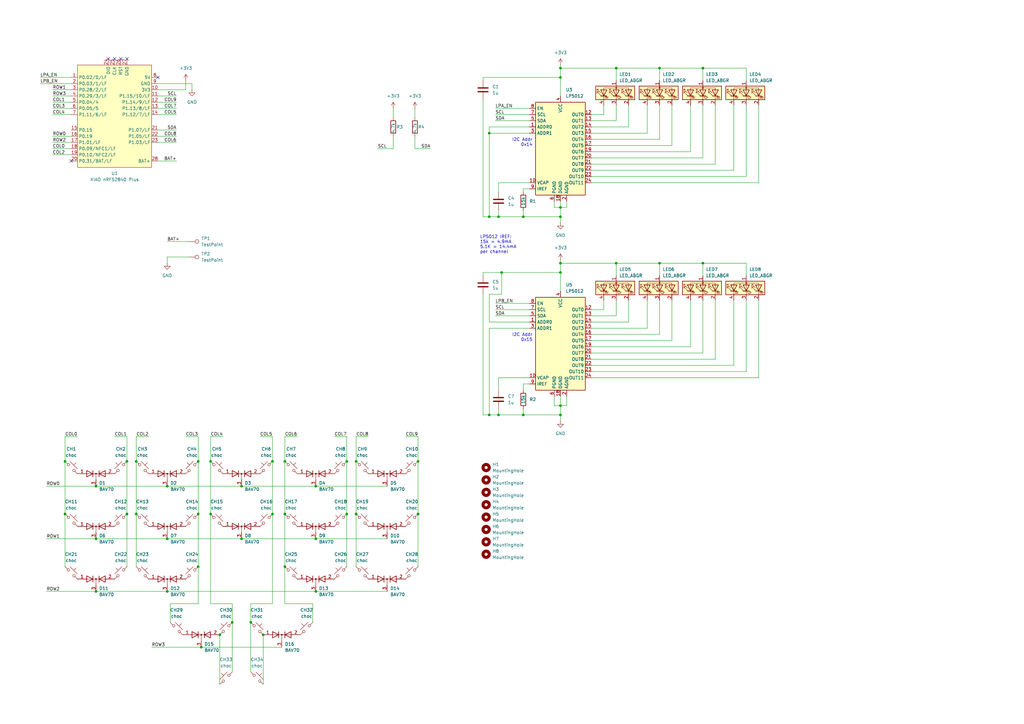
<source format=kicad_sch>
(kicad_sch (version 20250114) (generator "eeschema") (generator_version "9.0")
  (paper "A3")
  (text "LP5012 IREF:\n15k = 4.9mA\n5.1K = 14.4mA\nper channel" (at 196.85 100.33 0) (effects (font (size 1.27 1.27)) (justify left)))
  (text "I2C Addr\n0x14" (at 218.44 58.42 0) (effects (font (size 1.27 1.27)) (justify right)))
  (text "I2C Addr\n0x15" (at 218.44 138.43 0) (effects (font (size 1.27 1.27)) (justify right)))
  (junction (at 229.87 107.95))
  (junction (at 146.05 210.82))
  (junction (at 39.37 242.57))
  (junction (at 81.28 232.41))
  (junction (at 129.54 242.57))
  (junction (at 107.95 260.35))
  (junction (at 270.51 107.95))
  (junction (at 68.58 199.39))
  (junction (at 39.37 220.98))
  (junction (at 26.67 210.82))
  (junction (at 214.63 88.9))
  (junction (at 52.07 210.82))
  (junction (at 68.58 242.57))
  (junction (at 229.87 111.76))
  (junction (at 288.29 107.95))
  (junction (at 99.06 220.98))
  (junction (at 229.87 170.18))
  (junction (at 68.58 220.98))
  (junction (at 270.51 27.94))
  (junction (at 129.54 199.39))
  (junction (at 200.66 54.61))
  (junction (at 204.47 88.9))
  (junction (at 252.73 107.95))
  (junction (at 116.84 189.23))
  (junction (at 229.87 27.94))
  (junction (at 229.87 31.75))
  (junction (at 142.24 210.82))
  (junction (at 52.07 189.23))
  (junction (at 111.76 210.82))
  (junction (at 86.36 189.23))
  (junction (at 229.87 85.09))
  (junction (at 288.29 27.94))
  (junction (at 129.54 220.98))
  (junction (at 26.67 189.23))
  (junction (at 200.66 88.9))
  (junction (at 252.73 27.94))
  (junction (at 214.63 170.18))
  (junction (at 81.28 210.82))
  (junction (at 116.84 210.82))
  (junction (at 90.17 260.35))
  (junction (at 81.28 189.23))
  (junction (at 39.37 199.39))
  (junction (at 116.84 232.41))
  (junction (at 205.74 111.76))
  (junction (at 171.45 189.23))
  (junction (at 146.05 189.23))
  (junction (at 229.87 166.37))
  (junction (at 55.88 189.23))
  (junction (at 171.45 210.82))
  (junction (at 229.87 88.9))
  (junction (at 111.76 189.23))
  (junction (at 86.36 210.82))
  (junction (at 95.25 255.27))
  (junction (at 204.47 170.18))
  (junction (at 55.88 210.82))
  (junction (at 82.55 265.43))
  (junction (at 142.24 189.23))
  (junction (at 200.66 170.18))
  (junction (at 99.06 199.39))
  (junction (at 102.87 255.27))
  (no_connect (at 52.07 24.13))
  (no_connect (at 44.45 24.13))
  (no_connect (at 29.21 66.04))
  (no_connect (at 46.99 24.13))
  (no_connect (at 49.53 24.13))
  (no_connect (at 64.77 31.75))
  (wire (pts (xy 21.59 46.99) (xy 29.21 46.99)))
  (wire (pts (xy 60.96 179.07) (xy 55.88 179.07)))
  (wire (pts (xy 270.51 57.15) (xy 242.57 57.15)))
  (wire (pts (xy 227.33 82.55) (xy 227.33 85.09)))
  (wire (pts (xy 161.29 44.45) (xy 161.29 48.26)))
  (wire (pts (xy 99.06 220.98) (xy 129.54 220.98)))
  (wire (pts (xy 171.45 210.82) (xy 171.45 232.41)))
  (wire (pts (xy 232.41 166.37) (xy 232.41 162.56)))
  (wire (pts (xy 214.63 157.48) (xy 214.63 160.02)))
  (wire (pts (xy 81.28 179.07) (xy 81.28 189.23)))
  (wire (pts (xy 26.67 179.07) (xy 26.67 189.23)))
  (wire (pts (xy 171.45 179.07) (xy 171.45 189.23)))
  (wire (pts (xy 252.73 27.94) (xy 270.51 27.94)))
  (wire (pts (xy 229.87 111.76) (xy 205.74 111.76)))
  (wire (pts (xy 214.63 88.9) (xy 229.87 88.9)))
  (wire (pts (xy 242.57 69.85) (xy 300.99 69.85)))
  (wire (pts (xy 81.28 247.65) (xy 81.28 232.41)))
  (wire (pts (xy 288.29 33.02) (xy 288.29 27.94)))
  (wire (pts (xy 21.59 36.83) (xy 29.21 36.83)))
  (wire (pts (xy 142.24 179.07) (xy 142.24 189.23)))
  (wire (pts (xy 257.81 123.19) (xy 257.81 132.08)))
  (wire (pts (xy 214.63 157.48) (xy 217.17 157.48)))
  (wire (pts (xy 204.47 88.9) (xy 204.47 86.36)))
  (wire (pts (xy 242.57 144.78) (xy 288.29 144.78)))
  (wire (pts (xy 242.57 64.77) (xy 288.29 64.77)))
  (wire (pts (xy 275.59 123.19) (xy 275.59 139.7)))
  (wire (pts (xy 306.07 107.95) (xy 288.29 107.95)))
  (wire (pts (xy 242.57 142.24) (xy 283.21 142.24)))
  (wire (pts (xy 252.73 107.95) (xy 270.51 107.95)))
  (wire (pts (xy 90.17 280.67) (xy 90.17 260.35)))
  (wire (pts (xy 217.17 129.54) (xy 203.2 129.54)))
  (wire (pts (xy 232.41 82.55) (xy 232.41 85.09)))
  (wire (pts (xy 306.07 33.02) (xy 306.07 27.94)))
  (wire (pts (xy 229.87 88.9) (xy 229.87 91.44)))
  (wire (pts (xy 288.29 113.03) (xy 288.29 107.95)))
  (wire (pts (xy 217.17 154.94) (xy 204.47 154.94)))
  (wire (pts (xy 252.73 123.19) (xy 252.73 129.54)))
  (wire (pts (xy 242.57 154.94) (xy 311.15 154.94)))
  (wire (pts (xy 242.57 72.39) (xy 306.07 72.39)))
  (wire (pts (xy 82.55 265.43) (xy 115.57 265.43)))
  (wire (pts (xy 55.88 210.82) (xy 55.88 232.41)))
  (wire (pts (xy 142.24 189.23) (xy 142.24 210.82)))
  (wire (pts (xy 229.87 85.09) (xy 229.87 88.9)))
  (wire (pts (xy 229.87 166.37) (xy 229.87 170.18)))
  (wire (pts (xy 242.57 134.62) (xy 265.43 134.62)))
  (wire (pts (xy 99.06 199.39) (xy 129.54 199.39)))
  (wire (pts (xy 252.73 27.94) (xy 229.87 27.94)))
  (wire (pts (xy 229.87 111.76) (xy 229.87 119.38)))
  (wire (pts (xy 78.74 34.29) (xy 64.77 34.29)))
  (wire (pts (xy 242.57 139.7) (xy 275.59 139.7)))
  (wire (pts (xy 95.25 255.27) (xy 95.25 275.59)))
  (wire (pts (xy 270.51 43.18) (xy 270.51 57.15)))
  (wire (pts (xy 76.2 179.07) (xy 81.28 179.07)))
  (wire (pts (xy 242.57 137.16) (xy 270.51 137.16)))
  (wire (pts (xy 205.74 120.65) (xy 205.74 111.76)))
  (wire (pts (xy 252.73 33.02) (xy 252.73 27.94)))
  (wire (pts (xy 69.85 255.27) (xy 69.85 247.65)))
  (wire (pts (xy 217.17 46.99) (xy 203.2 46.99)))
  (wire (pts (xy 200.66 132.08) (xy 200.66 120.65)))
  (wire (pts (xy 242.57 132.08) (xy 257.81 132.08)))
  (wire (pts (xy 242.57 152.4) (xy 306.07 152.4)))
  (wire (pts (xy 288.29 107.95) (xy 270.51 107.95)))
  (wire (pts (xy 52.07 179.07) (xy 52.07 189.23)))
  (wire (pts (xy 86.36 179.07) (xy 86.36 189.23)))
  (wire (pts (xy 116.84 247.65) (xy 116.84 232.41)))
  (wire (pts (xy 311.15 123.19) (xy 311.15 154.94)))
  (wire (pts (xy 229.87 85.09) (xy 232.41 85.09)))
  (wire (pts (xy 129.54 242.57) (xy 158.75 242.57)))
  (wire (pts (xy 68.58 220.98) (xy 99.06 220.98)))
  (wire (pts (xy 242.57 149.86) (xy 300.99 149.86)))
  (wire (pts (xy 247.65 123.19) (xy 247.65 127)))
  (wire (pts (xy 200.66 88.9) (xy 204.47 88.9)))
  (wire (pts (xy 170.18 60.96) (xy 170.18 55.88)))
  (wire (pts (xy 217.17 49.53) (xy 203.2 49.53)))
  (wire (pts (xy 106.68 179.07) (xy 111.76 179.07)))
  (wire (pts (xy 128.27 255.27) (xy 128.27 247.65)))
  (wire (pts (xy 64.77 55.88) (xy 72.39 55.88)))
  (wire (pts (xy 229.87 107.95) (xy 229.87 111.76)))
  (wire (pts (xy 171.45 189.23) (xy 171.45 210.82)))
  (wire (pts (xy 214.63 77.47) (xy 214.63 78.74)))
  (wire (pts (xy 77.47 105.41) (xy 68.58 105.41)))
  (wire (pts (xy 146.05 189.23) (xy 146.05 210.82)))
  (wire (pts (xy 64.77 66.04) (xy 72.39 66.04)))
  (wire (pts (xy 68.58 199.39) (xy 99.06 199.39)))
  (wire (pts (xy 204.47 170.18) (xy 204.47 167.64)))
  (wire (pts (xy 200.66 120.65) (xy 205.74 120.65)))
  (wire (pts (xy 229.87 26.67) (xy 229.87 27.94)))
  (wire (pts (xy 198.12 88.9) (xy 200.66 88.9)))
  (wire (pts (xy 229.87 106.68) (xy 229.87 107.95)))
  (wire (pts (xy 86.36 189.23) (xy 86.36 210.82)))
  (wire (pts (xy 217.17 77.47) (xy 214.63 77.47)))
  (wire (pts (xy 214.63 167.64) (xy 214.63 170.18)))
  (wire (pts (xy 19.05 220.98) (xy 39.37 220.98)))
  (wire (pts (xy 242.57 46.99) (xy 247.65 46.99)))
  (wire (pts (xy 217.17 52.07) (xy 200.66 52.07)))
  (wire (pts (xy 102.87 247.65) (xy 102.87 255.27)))
  (wire (pts (xy 306.07 113.03) (xy 306.07 107.95)))
  (wire (pts (xy 146.05 210.82) (xy 146.05 232.41)))
  (wire (pts (xy 64.77 58.42) (xy 72.39 58.42)))
  (wire (pts (xy 283.21 123.19) (xy 283.21 142.24)))
  (wire (pts (xy 227.33 85.09) (xy 229.87 85.09)))
  (wire (pts (xy 129.54 199.39) (xy 158.75 199.39)))
  (wire (pts (xy 95.25 247.65) (xy 95.25 255.27)))
  (wire (pts (xy 288.29 123.19) (xy 288.29 144.78)))
  (wire (pts (xy 31.75 179.07) (xy 26.67 179.07)))
  (wire (pts (xy 242.57 59.69) (xy 275.59 59.69)))
  (wire (pts (xy 21.59 60.96) (xy 29.21 60.96)))
  (wire (pts (xy 270.51 107.95) (xy 270.51 113.03)))
  (wire (pts (xy 68.58 242.57) (xy 129.54 242.57)))
  (wire (pts (xy 52.07 189.23) (xy 52.07 210.82)))
  (wire (pts (xy 252.73 113.03) (xy 252.73 107.95)))
  (wire (pts (xy 39.37 242.57) (xy 68.58 242.57)))
  (wire (pts (xy 200.66 54.61) (xy 200.66 88.9)))
  (wire (pts (xy 170.18 44.45) (xy 170.18 48.26)))
  (wire (pts (xy 242.57 54.61) (xy 265.43 54.61)))
  (wire (pts (xy 78.74 36.83) (xy 78.74 34.29)))
  (wire (pts (xy 116.84 179.07) (xy 116.84 189.23)))
  (wire (pts (xy 111.76 189.23) (xy 111.76 210.82)))
  (wire (pts (xy 270.51 123.19) (xy 270.51 137.16)))
  (wire (pts (xy 252.73 43.18) (xy 252.73 49.53)))
  (wire (pts (xy 19.05 199.39) (xy 39.37 199.39)))
  (wire (pts (xy 200.66 52.07) (xy 200.66 54.61)))
  (wire (pts (xy 203.2 44.45) (xy 217.17 44.45)))
  (wire (pts (xy 270.51 27.94) (xy 270.51 33.02)))
  (wire (pts (xy 142.24 210.82) (xy 142.24 232.41)))
  (wire (pts (xy 154.94 60.96) (xy 161.29 60.96)))
  (wire (pts (xy 86.36 247.65) (xy 95.25 247.65)))
  (wire (pts (xy 158.75 220.98) (xy 129.54 220.98)))
  (wire (pts (xy 76.2 36.83) (xy 76.2 33.02)))
  (wire (pts (xy 293.37 123.19) (xy 293.37 147.32)))
  (wire (pts (xy 200.66 54.61) (xy 217.17 54.61)))
  (wire (pts (xy 283.21 43.18) (xy 283.21 62.23)))
  (wire (pts (xy 68.58 99.06) (xy 77.47 99.06)))
  (wire (pts (xy 204.47 88.9) (xy 214.63 88.9)))
  (wire (pts (xy 116.84 189.23) (xy 116.84 210.82)))
  (wire (pts (xy 242.57 67.31) (xy 293.37 67.31)))
  (wire (pts (xy 55.88 179.07) (xy 55.88 189.23)))
  (wire (pts (xy 116.84 210.82) (xy 116.84 232.41)))
  (wire (pts (xy 217.17 127) (xy 203.2 127)))
  (wire (pts (xy 265.43 43.18) (xy 265.43 54.61)))
  (wire (pts (xy 198.12 111.76) (xy 198.12 113.03)))
  (wire (pts (xy 111.76 179.07) (xy 111.76 189.23)))
  (wire (pts (xy 300.99 123.19) (xy 300.99 149.86)))
  (wire (pts (xy 229.87 170.18) (xy 229.87 172.72)))
  (wire (pts (xy 107.95 260.35) (xy 107.95 280.67)))
  (wire (pts (xy 46.99 179.07) (xy 52.07 179.07)))
  (wire (pts (xy 166.37 179.07) (xy 171.45 179.07)))
  (wire (pts (xy 81.28 189.23) (xy 81.28 210.82)))
  (wire (pts (xy 275.59 43.18) (xy 275.59 59.69)))
  (wire (pts (xy 21.59 41.91) (xy 29.21 41.91)))
  (wire (pts (xy 242.57 129.54) (xy 252.73 129.54)))
  (wire (pts (xy 252.73 107.95) (xy 229.87 107.95)))
  (wire (pts (xy 242.57 147.32) (xy 293.37 147.32)))
  (wire (pts (xy 64.77 39.37) (xy 72.39 39.37)))
  (wire (pts (xy 39.37 220.98) (xy 68.58 220.98)))
  (wire (pts (xy 64.77 36.83) (xy 76.2 36.83)))
  (wire (pts (xy 200.66 170.18) (xy 204.47 170.18)))
  (wire (pts (xy 198.12 40.64) (xy 198.12 88.9)))
  (wire (pts (xy 21.59 58.42) (xy 29.21 58.42)))
  (wire (pts (xy 55.88 189.23) (xy 55.88 210.82)))
  (wire (pts (xy 306.07 43.18) (xy 306.07 72.39)))
  (wire (pts (xy 161.29 60.96) (xy 161.29 55.88)))
  (wire (pts (xy 21.59 63.5) (xy 29.21 63.5)))
  (wire (pts (xy 300.99 43.18) (xy 300.99 69.85)))
  (wire (pts (xy 21.59 39.37) (xy 29.21 39.37)))
  (wire (pts (xy 229.87 31.75) (xy 229.87 39.37)))
  (wire (pts (xy 62.23 265.43) (xy 82.55 265.43)))
  (wire (pts (xy 26.67 210.82) (xy 26.67 232.41)))
  (wire (pts (xy 288.29 43.18) (xy 288.29 64.77)))
  (wire (pts (xy 16.51 31.75) (xy 29.21 31.75)))
  (wire (pts (xy 242.57 127) (xy 247.65 127)))
  (wire (pts (xy 198.12 170.18) (xy 200.66 170.18)))
  (wire (pts (xy 288.29 27.94) (xy 270.51 27.94)))
  (wire (pts (xy 81.28 210.82) (xy 81.28 232.41)))
  (wire (pts (xy 229.87 166.37) (xy 232.41 166.37)))
  (wire (pts (xy 217.17 74.93) (xy 204.47 74.93)))
  (wire (pts (xy 257.81 43.18) (xy 257.81 52.07)))
  (wire (pts (xy 21.59 44.45) (xy 29.21 44.45)))
  (wire (pts (xy 214.63 170.18) (xy 229.87 170.18)))
  (wire (pts (xy 137.16 179.07) (xy 142.24 179.07)))
  (wire (pts (xy 198.12 120.65) (xy 198.12 170.18)))
  (wire (pts (xy 229.87 162.56) (xy 229.87 166.37)))
  (wire (pts (xy 102.87 255.27) (xy 102.87 275.59)))
  (wire (pts (xy 128.27 247.65) (xy 116.84 247.65)))
  (wire (pts (xy 39.37 199.39) (xy 68.58 199.39)))
  (wire (pts (xy 227.33 162.56) (xy 227.33 166.37)))
  (wire (pts (xy 52.07 210.82) (xy 52.07 232.41)))
  (wire (pts (xy 229.87 82.55) (xy 229.87 85.09)))
  (wire (pts (xy 146.05 179.07) (xy 146.05 189.23)))
  (wire (pts (xy 64.77 46.99) (xy 72.39 46.99)))
  (wire (pts (xy 102.87 247.65) (xy 111.76 247.65)))
  (wire (pts (xy 306.07 123.19) (xy 306.07 152.4)))
  (wire (pts (xy 204.47 74.93) (xy 204.47 78.74)))
  (wire (pts (xy 111.76 210.82) (xy 111.76 247.65)))
  (wire (pts (xy 26.67 189.23) (xy 26.67 210.82)))
  (wire (pts (xy 198.12 31.75) (xy 198.12 33.02)))
  (wire (pts (xy 214.63 86.36) (xy 214.63 88.9)))
  (wire (pts (xy 247.65 43.18) (xy 247.65 46.99)))
  (wire (pts (xy 229.87 31.75) (xy 198.12 31.75)))
  (wire (pts (xy 176.53 60.96) (xy 170.18 60.96)))
  (wire (pts (xy 204.47 154.94) (xy 204.47 160.02)))
  (wire (pts (xy 64.77 41.91) (xy 72.39 41.91)))
  (wire (pts (xy 242.57 52.07) (xy 257.81 52.07)))
  (wire (pts (xy 151.13 179.07) (xy 146.05 179.07)))
  (wire (pts (xy 227.33 166.37) (xy 229.87 166.37)))
  (wire (pts (xy 242.57 49.53) (xy 252.73 49.53)))
  (wire (pts (xy 69.85 247.65) (xy 81.28 247.65)))
  (wire (pts (xy 242.57 62.23) (xy 283.21 62.23)))
  (wire (pts (xy 68.58 105.41) (xy 68.58 107.95)))
  (wire (pts (xy 265.43 123.19) (xy 265.43 134.62)))
  (wire (pts (xy 205.74 111.76) (xy 198.12 111.76)))
  (wire (pts (xy 64.77 44.45) (xy 72.39 44.45)))
  (wire (pts (xy 121.92 179.07) (xy 116.84 179.07)))
  (wire (pts (xy 64.77 53.34) (xy 72.39 53.34)))
  (wire (pts (xy 200.66 134.62) (xy 200.66 170.18)))
  (wire (pts (xy 204.47 170.18) (xy 214.63 170.18)))
  (wire (pts (xy 242.57 74.93) (xy 311.15 74.93)))
  (wire (pts (xy 86.36 210.82) (xy 86.36 247.65)))
  (wire (pts (xy 21.59 55.88) (xy 29.21 55.88)))
  (wire (pts (xy 19.05 242.57) (xy 39.37 242.57)))
  (wire (pts (xy 16.51 34.29) (xy 29.21 34.29)))
  (wire (pts (xy 203.2 124.46) (xy 217.17 124.46)))
  (wire (pts (xy 306.07 27.94) (xy 288.29 27.94)))
  (wire (pts (xy 91.44 179.07) (xy 86.36 179.07)))
  (wire (pts (xy 217.17 132.08) (xy 200.66 132.08)))
  (wire (pts (xy 229.87 27.94) (xy 229.87 31.75)))
  (wire (pts (xy 293.37 43.18) (xy 293.37 67.31)))
  (wire (pts (xy 200.66 134.62) (xy 217.17 134.62)))
  (wire (pts (xy 311.15 43.18) (xy 311.15 74.93)))
  (label "COL5" (at 106.68 179.07 0))
  (label "COL1" (at 21.59 41.91 0))
  (label "ROW0" (at 21.59 55.88 0))
  (label "ROW3" (at 21.59 39.37 0))
  (label "ROW3" (at 62.23 265.43 0))
  (label "SCL" (at 154.94 60.96 0))
  (label "LPB_EN" (at 16.51 34.29 0))
  (label "COL7" (at 72.39 44.45 180))
  (label "COL2" (at 60.96 179.07 180))
  (label "BAT+" (at 72.39 66.04 180))
  (label "SCL" (at 72.39 39.37 180))
  (label "LPA_EN" (at 16.51 31.75 0))
  (label "ROW1" (at 21.59 36.83 0))
  (label "COL4" (at 91.44 179.07 180))
  (label "COL2" (at 21.59 63.5 0))
  (label "SCL" (at 203.2 46.99 0))
  (label "SDA" (at 203.2 129.54 0))
  (label "COL8" (at 151.13 179.07 180))
  (label "COL9" (at 166.37 179.07 0))
  (label "ROW2" (at 21.59 58.42 0))
  (label "SDA" (at 203.2 49.53 0))
  (label "COL3" (at 21.59 44.45 0))
  (label "ROW1" (at 19.05 220.98 0))
  (label "COL1" (at 46.99 179.07 0))
  (label "LPB_EN" (at 203.2 124.46 0))
  (label "COL4" (at 21.59 46.99 0))
  (label "COL8" (at 72.39 55.88 180))
  (label "BAT+" (at 68.58 99.06 0))
  (label "COL0" (at 31.75 179.07 180))
  (label "COL7" (at 137.16 179.07 0))
  (label "COL0" (at 21.59 60.96 0))
  (label "LPA_EN" (at 203.2 44.45 0))
  (label "COL6" (at 121.92 179.07 180))
  (label "SCL" (at 203.2 127 0))
  (label "SDA" (at 176.53 60.96 180))
  (label "COL3" (at 76.2 179.07 0))
  (label "COL9" (at 72.39 41.91 180))
  (label "COL6" (at 72.39 58.42 180))
  (label "SDA" (at 72.39 53.34 180))
  (label "ROW0" (at 19.05 199.39 0))
  (label "ROW2" (at 19.05 242.57 0))
  (label "COL5" (at 72.39 46.99 180))
  (symbol (lib_id "PCM_marbastlib-choc:choc_v1_SW_HS_CPG135001S30") (at 105.41 257.81 0) (unit 1)
    (property "Reference" "CH31" (at 105.41 250.19 0))
    (property "Value" "choc" (at 105.41 252.73 0))
    (property "Footprint" "Custom:SW_choc_v1v2_noStab_HS_MBK_1u" (effects (hide yes)))
    (property "Description" "Push button switch, normally open, two pins, 45° tilted" (effects (hide yes)))
  )
  (symbol (lib_id "PCM_marbastlib-choc:choc_v1_SW_HS_CPG135001S30") (at 168.91 213.36 0) (mirror y) (unit 1)
    (property "Reference" "CH20" (at 168.91 205.74 0))
    (property "Value" "choc" (at 168.91 208.28 0))
    (property "Footprint" "Custom:SW_choc_v1v2_noStab_HS_MBK_1u" (effects (hide yes)))
    (property "Description" "Push button switch, normally open, two pins, 45° tilted" (effects (hide yes)))
  )
  (symbol (lib_id "Diode:BAV70") (at 158.75 237.49 0) (unit 1)
    (property "Reference" "D14" (at 160.02 241.3 0) (effects (justify left)))
    (property "Value" "BAV70" (at 160.02 243.84 0) (effects (justify left)))
    (property "Footprint" "Package_TO_SOT_SMD:SOT-23" (effects (hide yes)))
    (property "Datasheet" "https://assets.nexperia.com/documents/data-sheet/BAV70_SER.pdf" (effects (hide yes)))
    (property "Description" "Dual 100V 215mA high-speed switching diodes, common cathode, SOT-23" (effects (hide yes)))
  )
  (symbol (lib_id "PCM_marbastlib-choc:choc_v1_SW_HS_CPG135001S30") (at 92.71 257.81 0) (mirror y) (unit 1)
    (property "Reference" "CH30" (at 92.71 250.19 0))
    (property "Value" "choc" (at 92.71 252.73 0))
    (property "Footprint" "Custom:SW_choc_v1v2_noStab_HS_MBK_1u" (effects (hide yes)))
    (property "Description" "Push button switch, normally open, two pins, 45° tilted" (effects (hide yes)))
  )
  (symbol (lib_id "Device:LED_ABGR") (at 270.51 118.11 90) (unit 1)
    (property "Reference" "LED6" (at 271.78 110.49 90) (effects (justify right)))
    (property "Value" "LED_ABGR" (at 271.78 113.03 90) (effects (justify right)))
    (property "Footprint" "led:LED_Cree-PLCC4_2x2mm_CW" (effects (hide yes)))
    (property "Description" "RGB LED, anode/blue/green/red" (effects (hide yes)))
  )
  (symbol (lib_id "PCM_marbastlib-choc:choc_v1_SW_HS_CPG135001S30") (at 105.41 278.13 0) (unit 1)
    (property "Reference" "CH34" (at 105.41 270.51 0))
    (property "Value" "choc" (at 105.41 273.05 0))
    (property "Footprint" "Custom:SW_choc_v1v2_noStab_HS_MBK_1u" (effects (hide yes)))
    (property "Description" "Push button switch, normally open, two pins, 45° tilted" (effects (hide yes)))
  )
  (symbol (lib_id "PCM_marbastlib-choc:choc_v1_SW_HS_CPG135001S30") (at 109.22 213.36 0) (mirror y) (unit 1)
    (property "Reference" "CH16" (at 109.22 205.74 0))
    (property "Value" "choc" (at 109.22 208.28 0))
    (property "Footprint" "Custom:SW_choc_v1v2_noStab_HS_MBK_1u" (effects (hide yes)))
    (property "Description" "Push button switch, normally open, two pins, 45° tilted" (effects (hide yes)))
  )
  (symbol (lib_id "Diode:BAV70") (at 99.06 194.31 0) (unit 1)
    (property "Reference" "D3" (at 100.33 198.12 0) (effects (justify left)))
    (property "Value" "BAV70" (at 100.33 200.66 0) (effects (justify left)))
    (property "Footprint" "Package_TO_SOT_SMD:SOT-23" (effects (hide yes)))
    (property "Datasheet" "https://assets.nexperia.com/documents/data-sheet/BAV70_SER.pdf" (effects (hide yes)))
    (property "Description" "Dual 100V 215mA high-speed switching diodes, common cathode, SOT-23" (effects (hide yes)))
  )
  (symbol (lib_id "Diode:BAV70") (at 39.37 194.31 0) (unit 1)
    (property "Reference" "D1" (at 40.64 198.12 0) (effects (justify left)))
    (property "Value" "BAV70" (at 40.64 200.66 0) (effects (justify left)))
    (property "Footprint" "Package_TO_SOT_SMD:SOT-23" (effects (hide yes)))
    (property "Datasheet" "https://assets.nexperia.com/documents/data-sheet/BAV70_SER.pdf" (effects (hide yes)))
    (property "Description" "Dual 100V 215mA high-speed switching diodes, common cathode, SOT-23" (effects (hide yes)))
  )
  (symbol (lib_id "PCM_marbastlib-choc:choc_v1_SW_HS_CPG135001S30") (at 125.73 257.81 0) (mirror y) (unit 1)
    (property "Reference" "CH32" (at 125.73 250.19 0))
    (property "Value" "choc" (at 125.73 252.73 0))
    (property "Footprint" "Custom:SW_choc_v1v2_noStab_HS_MBK_1u" (effects (hide yes)))
    (property "Description" "Push button switch, normally open, two pins, 45° tilted" (effects (hide yes)))
  )
  (symbol (lib_id "power:GND") (at 78.74 36.83 0) (unit 1)
    (property "Reference" "#PWR03" (effects (hide yes)))
    (property "Value" "GND" (at 78.74 41.91 0))
    (property "Description" "Power symbol creates a global label with name \"GND\" , ground" (effects (hide yes)))
  )
  (symbol (lib_id "PCM_marbastlib-choc:choc_v1_SW_HS_CPG135001S30") (at 168.91 191.77 0) (mirror y) (unit 1)
    (property "Reference" "CH10" (at 168.91 184.15 0))
    (property "Value" "choc" (at 168.91 186.69 0))
    (property "Footprint" "Custom:SW_choc_v1v2_noStab_HS_MBK_1u" (effects (hide yes)))
    (property "Description" "Push button switch, normally open, two pins, 45° tilted" (effects (hide yes)))
  )
  (symbol (lib_id "Custom:LP5012") (at 229.87 140.97 0) (unit 1)
    (property "Reference" "U5" (at 232.0133 116.84 0) (effects (justify left)))
    (property "Value" "LP5012" (at 232.0133 119.38 0) (effects (justify left)))
    (property "Footprint" "Package_SO:TSSOP-24_4.4x7.8mm_P0.65mm" (effects (hide yes)))
    (property "Datasheet" "http://www.ti.com/lit/ds/symlink/lp5012.pdf" (effects (hide yes)))
    (property "Description" "12-Channel 12-Bit PWM Ultra-low Quiescent Current I2C RGB LED Driver" (effects (hide yes)))
  )
  (symbol (lib_id "power:GND") (at 229.87 91.44 0) (unit 1)
    (property "Reference" "#PWR06" (effects (hide yes)))
    (property "Value" "GND" (at 229.87 96.52 0))
    (property "Description" "Power symbol creates a global label with name \"GND\" , ground" (effects (hide yes)))
  )
  (symbol (lib_id "PCM_marbastlib-choc:choc_v1_SW_HS_CPG135001S30") (at 139.7 213.36 0) (mirror y) (unit 1)
    (property "Reference" "CH18" (at 139.7 205.74 0))
    (property "Value" "choc" (at 139.7 208.28 0))
    (property "Footprint" "Custom:SW_choc_v1v2_noStab_HS_MBK_1u" (effects (hide yes)))
    (property "Description" "Push button switch, normally open, two pins, 45° tilted" (effects (hide yes)))
  )
  (symbol (lib_id "power:+3V3") (at 170.18 44.45 0) (unit 1)
    (property "Reference" "#PWR014" (effects (hide yes)))
    (property "Value" "+3V3" (at 170.18 39.37 0))
    (property "Description" "Power symbol creates a global label with name \"+3V3\"" (effects (hide yes)))
  )
  (symbol (lib_id "PCM_marbastlib-choc:choc_v1_SW_HS_CPG135001S30") (at 148.59 213.36 0) (unit 1)
    (property "Reference" "CH19" (at 148.59 205.74 0))
    (property "Value" "choc" (at 148.59 208.28 0))
    (property "Footprint" "Custom:SW_choc_v1v2_noStab_HS_MBK_1u" (effects (hide yes)))
    (property "Description" "Push button switch, normally open, two pins, 45° tilted" (effects (hide yes)))
  )
  (symbol (lib_id "Device:LED_ABGR") (at 270.51 38.1 90) (unit 1)
    (property "Reference" "LED2" (at 271.78 30.48 90) (effects (justify right)))
    (property "Value" "LED_ABGR" (at 271.78 33.02 90) (effects (justify right)))
    (property "Footprint" "led:LED_Cree-PLCC4_2x2mm_CW" (effects (hide yes)))
    (property "Description" "RGB LED, anode/blue/green/red" (effects (hide yes)))
  )
  (symbol (lib_id "Diode:BAV70") (at 115.57 260.35 0) (unit 1)
    (property "Reference" "D16" (at 116.84 264.16 0) (effects (justify left)))
    (property "Value" "BAV70" (at 116.84 266.7 0) (effects (justify left)))
    (property "Footprint" "Package_TO_SOT_SMD:SOT-23" (effects (hide yes)))
    (property "Datasheet" "https://assets.nexperia.com/documents/data-sheet/BAV70_SER.pdf" (effects (hide yes)))
    (property "Description" "Dual 100V 215mA high-speed switching diodes, common cathode, SOT-23" (effects (hide yes)))
  )
  (symbol (lib_id "Mechanical:MountingHole") (at 199.39 191.77 0) (unit 1) (exclude_from_sim yes) (in_bom no)
    (property "Reference" "H1" (at 201.93 190.4999 0) (effects (justify left)))
    (property "Value" "MountingHole" (at 201.93 193.0399 0) (effects (justify left)))
    (property "Footprint" "visorbearer:MountingHole_2.2mm_M2_ISO7380_Pad_TopBottom_BackSilkRing" (effects (hide yes)))
    (property "Description" "Mounting Hole without connection" (effects (hide yes)))
  )
  (symbol (lib_id "power:+3V3") (at 229.87 106.68 0) (unit 1)
    (property "Reference" "#PWR09" (effects (hide yes)))
    (property "Value" "+3V3" (at 229.87 101.6 0))
    (property "Description" "Power symbol creates a global label with name \"+3V3\"" (effects (hide yes)))
  )
  (symbol (lib_id "Device:C") (at 198.12 116.84 0) (unit 1)
    (property "Reference" "C5" (at 201.93 115.57 0) (effects (justify left)))
    (property "Value" "1u" (at 201.93 118.11 0) (effects (justify left)))
    (property "Footprint" "Capacitor_SMD:C_0603_1608Metric" (effects (hide yes)))
    (property "Description" "Unpolarized capacitor" (effects (hide yes)))
  )
  (symbol (lib_id "Device:LED_ABGR") (at 306.07 118.11 90) (unit 1)
    (property "Reference" "LED8" (at 307.34 110.49 90) (effects (justify right)))
    (property "Value" "LED_ABGR" (at 307.34 113.03 90) (effects (justify right)))
    (property "Footprint" "led:LED_Cree-PLCC4_2x2mm_CW" (effects (hide yes)))
    (property "Description" "RGB LED, anode/blue/green/red" (effects (hide yes)))
  )
  (symbol (lib_id "power:GND") (at 68.58 107.95 0) (unit 1)
    (property "Reference" "#PWR04" (effects (hide yes)))
    (property "Value" "GND" (at 68.58 113.03 0))
    (property "Description" "Power symbol creates a global label with name \"GND\" , ground" (effects (hide yes)))
  )
  (symbol (lib_id "power:GND") (at 229.87 172.72 0) (unit 1)
    (property "Reference" "#PWR012" (effects (hide yes)))
    (property "Value" "GND" (at 229.87 177.8 0))
    (property "Description" "Power symbol creates a global label with name \"GND\" , ground" (effects (hide yes)))
  )
  (symbol (lib_id "Device:LED_ABGR") (at 288.29 38.1 90) (unit 1)
    (property "Reference" "LED3" (at 289.56 30.48 90) (effects (justify right)))
    (property "Value" "LED_ABGR" (at 289.56 33.02 90) (effects (justify right)))
    (property "Footprint" "led:LED_Cree-PLCC4_2x2mm_CW" (effects (hide yes)))
    (property "Description" "RGB LED, anode/blue/green/red" (effects (hide yes)))
  )
  (symbol (lib_id "power:+3V3") (at 229.87 26.67 0) (unit 1)
    (property "Reference" "#PWR01" (effects (hide yes)))
    (property "Value" "+3V3" (at 229.87 21.59 0))
    (property "Description" "Power symbol creates a global label with name \"+3V3\"" (effects (hide yes)))
  )
  (symbol (lib_id "PCM_marbastlib-choc:choc_v1_SW_HS_CPG135001S30") (at 58.42 191.77 0) (unit 1)
    (property "Reference" "CH3" (at 58.42 184.15 0))
    (property "Value" "choc" (at 58.42 186.69 0))
    (property "Footprint" "Custom:SW_choc_v1v2_noStab_HS_MBK_1u" (effects (hide yes)))
    (property "Description" "Push button switch, normally open, two pins, 45° tilted" (effects (hide yes)))
  )
  (symbol (lib_id "Device:C") (at 198.12 36.83 0) (unit 1)
    (property "Reference" "C1" (at 201.93 35.56 0) (effects (justify left)))
    (property "Value" "1u" (at 201.93 38.1 0) (effects (justify left)))
    (property "Footprint" "Capacitor_SMD:C_0603_1608Metric" (effects (hide yes)))
    (property "Description" "Unpolarized capacitor" (effects (hide yes)))
  )
  (symbol (lib_id "Mechanical:MountingHole") (at 199.39 196.85 0) (unit 1) (exclude_from_sim yes) (in_bom no)
    (property "Reference" "H2" (at 201.93 195.5799 0) (effects (justify left)))
    (property "Value" "MountingHole" (at 201.93 198.1199 0) (effects (justify left)))
    (property "Footprint" "visorbearer:MountingHole_2.2mm_M2_ISO7380_Pad_TopBottom_BackSilkRing" (effects (hide yes)))
    (property "Description" "Mounting Hole without connection" (effects (hide yes)))
  )
  (symbol (lib_id "PCM_marbastlib-choc:choc_v1_SW_HS_CPG135001S30") (at 92.71 278.13 0) (mirror y) (unit 1)
    (property "Reference" "CH33" (at 92.71 270.51 0))
    (property "Value" "choc" (at 92.71 273.05 0))
    (property "Footprint" "Custom:SW_choc_v1v2_noStab_HS_MBK_1u" (effects (hide yes)))
    (property "Description" "Push button switch, normally open, two pins, 45° tilted" (effects (hide yes)))
  )
  (symbol (lib_id "Mechanical:MountingHole") (at 199.39 201.93 0) (unit 1) (exclude_from_sim yes) (in_bom no)
    (property "Reference" "H3" (at 201.93 200.6599 0) (effects (justify left)))
    (property "Value" "MountingHole" (at 201.93 203.1999 0) (effects (justify left)))
    (property "Footprint" "visorbearer:MountingHole_2.2mm_M2_ISO7380_Pad_TopBottom_BackSilkRing" (effects (hide yes)))
    (property "Description" "Mounting Hole without connection" (effects (hide yes)))
  )
  (symbol (lib_id "Mechanical:MountingHole") (at 199.39 212.09 0) (unit 1) (exclude_from_sim yes) (in_bom no)
    (property "Reference" "H5" (at 201.93 210.8199 0) (effects (justify left)))
    (property "Value" "MountingHole" (at 201.93 213.3599 0) (effects (justify left)))
    (property "Footprint" "visorbearer:MountingHole_2.2mm_M2_ISO7380_Pad_TopBottom_BackSilkRing" (effects (hide yes)))
    (property "Description" "Mounting Hole without connection" (effects (hide yes)))
  )
  (symbol (lib_id "Diode:BAV70") (at 99.06 215.9 0) (unit 1)
    (property "Reference" "D8" (at 100.33 219.71 0) (effects (justify left)))
    (property "Value" "BAV70" (at 100.33 222.25 0) (effects (justify left)))
    (property "Footprint" "Package_TO_SOT_SMD:SOT-23" (effects (hide yes)))
    (property "Datasheet" "https://assets.nexperia.com/documents/data-sheet/BAV70_SER.pdf" (effects (hide yes)))
    (property "Description" "Dual 100V 215mA high-speed switching diodes, common cathode, SOT-23" (effects (hide yes)))
  )
  (symbol (lib_id "PCM_marbastlib-choc:choc_v1_SW_HS_CPG135001S30") (at 29.21 191.77 0) (unit 1)
    (property "Reference" "CH1" (at 29.21 184.15 0))
    (property "Value" "choc" (at 29.21 186.69 0))
    (property "Footprint" "Custom:SW_choc_v1v2_noStab_HS_MBK_1u" (effects (hide yes)))
    (property "Description" "Push button switch, normally open, two pins, 45° tilted" (effects (hide yes)))
  )
  (symbol (lib_id "Device:R") (at 170.18 52.07 0) (unit 1)
    (property "Reference" "R4" (at 171.45 52.07 0) (effects (justify left)))
    (property "Value" "4.7k" (at 170.18 54.61 90) (effects (justify left)))
    (property "Footprint" "Resistor_SMD:R_0603_1608Metric" (effects (hide yes)))
    (property "Description" "Resistor" (effects (hide yes)))
  )
  (symbol (lib_id "Diode:BAV70") (at 129.54 237.49 0) (unit 1)
    (property "Reference" "D13" (at 130.81 241.3 0) (effects (justify left)))
    (property "Value" "BAV70" (at 130.81 243.84 0) (effects (justify left)))
    (property "Footprint" "Package_TO_SOT_SMD:SOT-23" (effects (hide yes)))
    (property "Datasheet" "https://assets.nexperia.com/documents/data-sheet/BAV70_SER.pdf" (effects (hide yes)))
    (property "Description" "Dual 100V 215mA high-speed switching diodes, common cathode, SOT-23" (effects (hide yes)))
  )
  (symbol (lib_id "Device:C") (at 204.47 82.55 0) (unit 1)
    (property "Reference" "C4" (at 208.28 81.28 0) (effects (justify left)))
    (property "Value" "1u" (at 208.28 83.82 0) (effects (justify left)))
    (property "Footprint" "Capacitor_SMD:C_0603_1608Metric" (effects (hide yes)))
    (property "Description" "Unpolarized capacitor" (effects (hide yes)))
  )
  (symbol (lib_id "PCM_marbastlib-choc:choc_v1_SW_HS_CPG135001S30") (at 88.9 191.77 0) (unit 1)
    (property "Reference" "CH5" (at 88.9 184.15 0))
    (property "Value" "choc" (at 88.9 186.69 0))
    (property "Footprint" "Custom:SW_choc_v1v2_noStab_HS_MBK_1u" (effects (hide yes)))
    (property "Description" "Push button switch, normally open, two pins, 45° tilted" (effects (hide yes)))
  )
  (symbol (lib_id "PCM_marbastlib-choc:choc_v1_SW_HS_CPG135001S30") (at 58.42 213.36 0) (unit 1)
    (property "Reference" "CH13" (at 58.42 205.74 0))
    (property "Value" "choc" (at 58.42 208.28 0))
    (property "Footprint" "Custom:SW_choc_v1v2_noStab_HS_MBK_1u" (effects (hide yes)))
    (property "Description" "Push button switch, normally open, two pins, 45° tilted" (effects (hide yes)))
  )
  (symbol (lib_id "PCM_marbastlib-choc:choc_v1_SW_HS_CPG135001S30") (at 109.22 191.77 0) (mirror y) (unit 1)
    (property "Reference" "CH6" (at 109.22 184.15 0))
    (property "Value" "choc" (at 109.22 186.69 0))
    (property "Footprint" "Custom:SW_choc_v1v2_noStab_HS_MBK_1u" (effects (hide yes)))
    (property "Description" "Push button switch, normally open, two pins, 45° tilted" (effects (hide yes)))
  )
  (symbol (lib_id "PCM_marbastlib-choc:choc_v1_SW_HS_CPG135001S30") (at 139.7 191.77 0) (mirror y) (unit 1)
    (property "Reference" "CH8" (at 139.7 184.15 0))
    (property "Value" "choc" (at 139.7 186.69 0))
    (property "Footprint" "Custom:SW_choc_v1v2_noStab_HS_MBK_1u" (effects (hide yes)))
    (property "Description" "Push button switch, normally open, two pins, 45° tilted" (effects (hide yes)))
  )
  (symbol (lib_id "PCM_marbastlib-choc:choc_v1_SW_HS_CPG135001S30") (at 119.38 191.77 0) (unit 1)
    (property "Reference" "CH7" (at 119.38 184.15 0))
    (property "Value" "choc" (at 119.38 186.69 0))
    (property "Footprint" "Custom:SW_choc_v1v2_noStab_HS_MBK_1u" (effects (hide yes)))
    (property "Description" "Push button switch, normally open, two pins, 45° tilted" (effects (hide yes)))
  )
  (symbol (lib_id "PCM_marbastlib-choc:choc_v1_SW_HS_CPG135001S30") (at 78.74 191.77 0) (mirror y) (unit 1)
    (property "Reference" "CH4" (at 78.74 184.15 0))
    (property "Value" "choc" (at 78.74 186.69 0))
    (property "Footprint" "Custom:SW_choc_v1v2_noStab_HS_MBK_1u" (effects (hide yes)))
    (property "Description" "Push button switch, normally open, two pins, 45° tilted" (effects (hide yes)))
  )
  (symbol (lib_id "Device:LED_ABGR") (at 252.73 38.1 90) (unit 1)
    (property "Reference" "LED1" (at 254 30.48 90) (effects (justify right)))
    (property "Value" "LED_ABGR" (at 254 33.02 90) (effects (justify right)))
    (property "Footprint" "led:LED_Cree-PLCC4_2x2mm_CW" (effects (hide yes)))
    (property "Description" "RGB LED, anode/blue/green/red" (effects (hide yes)))
  )
  (symbol (lib_id "PCM_marbastlib-choc:choc_v1_SW_HS_CPG135001S30") (at 49.53 234.95 0) (mirror y) (unit 1)
    (property "Reference" "CH22" (at 49.53 227.33 0))
    (property "Value" "choc" (at 49.53 229.87 0))
    (property "Footprint" "Custom:SW_choc_v1v2_noStab_HS_MBK_1u" (effects (hide yes)))
    (property "Description" "Push button switch, normally open, two pins, 45° tilted" (effects (hide yes)))
  )
  (symbol (lib_id "PCM_marbastlib-choc:choc_v1_SW_HS_CPG135001S30") (at 88.9 213.36 0) (unit 1)
    (property "Reference" "CH15" (at 88.9 205.74 0))
    (property "Value" "choc" (at 88.9 208.28 0))
    (property "Footprint" "Custom:SW_choc_v1v2_noStab_HS_MBK_1u" (effects (hide yes)))
    (property "Description" "Push button switch, normally open, two pins, 45° tilted" (effects (hide yes)))
  )
  (symbol (lib_id "PCM_marbastlib-choc:choc_v1_SW_HS_CPG135001S30") (at 168.91 234.95 0) (mirror y) (unit 1)
    (property "Reference" "CH28" (at 168.91 227.33 0))
    (property "Value" "choc" (at 168.91 229.87 0))
    (property "Footprint" "Custom:SW_choc_v1v2_noStab_HS_MBK_1u" (effects (hide yes)))
    (property "Description" "Push button switch, normally open, two pins, 45° tilted" (effects (hide yes)))
  )
  (symbol (lib_id "Connector:TestPoint") (at 77.47 105.41 270) (unit 1)
    (property "Reference" "TP2" (at 82.55 104.1399 90) (effects (justify left)))
    (property "Value" "TestPoint" (at 82.55 106.6799 90) (effects (justify left)))
    (property "Footprint" "TestPoint:TestPoint_Pad_3.0x3.0mm" (effects (hide yes)))
    (property "Description" "test point" (effects (hide yes)))
  )
  (symbol (lib_id "Diode:BAV70") (at 129.54 194.31 0) (unit 1)
    (property "Reference" "D4" (at 130.81 198.12 0) (effects (justify left)))
    (property "Value" "BAV70" (at 130.81 200.66 0) (effects (justify left)))
    (property "Footprint" "Package_TO_SOT_SMD:SOT-23" (effects (hide yes)))
    (property "Datasheet" "https://assets.nexperia.com/documents/data-sheet/BAV70_SER.pdf" (effects (hide yes)))
    (property "Description" "Dual 100V 215mA high-speed switching diodes, common cathode, SOT-23" (effects (hide yes)))
  )
  (symbol (lib_id "Mechanical:MountingHole") (at 199.39 227.33 0) (unit 1) (exclude_from_sim yes) (in_bom no)
    (property "Reference" "H8" (at 201.93 226.0599 0) (effects (justify left)))
    (property "Value" "MountingHole" (at 201.93 228.5999 0) (effects (justify left)))
    (property "Footprint" "visorbearer:MountingHole_2.2mm_M2_ISO7380_Pad_TopBottom_BackSilkRing" (effects (hide yes)))
    (property "Description" "Mounting Hole without connection" (effects (hide yes)))
  )
  (symbol (lib_id "Diode:BAV70") (at 158.75 194.31 0) (unit 1)
    (property "Reference" "D5" (at 160.02 198.12 0) (effects (justify left)))
    (property "Value" "BAV70" (at 160.02 200.66 0) (effects (justify left)))
    (property "Footprint" "Package_TO_SOT_SMD:SOT-23" (effects (hide yes)))
    (property "Datasheet" "https://assets.nexperia.com/documents/data-sheet/BAV70_SER.pdf" (effects (hide yes)))
    (property "Description" "Dual 100V 215mA high-speed switching diodes, common cathode, SOT-23" (effects (hide yes)))
  )
  (symbol (lib_id "Mechanical:MountingHole") (at 199.39 222.25 0) (unit 1) (exclude_from_sim yes) (in_bom no)
    (property "Reference" "H7" (at 201.93 220.9799 0) (effects (justify left)))
    (property "Value" "MountingHole" (at 201.93 223.5199 0) (effects (justify left)))
    (property "Footprint" "visorbearer:MountingHole_2.2mm_M2_ISO7380_Pad_TopBottom_BackSilkRing" (effects (hide yes)))
    (property "Description" "Mounting Hole without connection" (effects (hide yes)))
  )
  (symbol (lib_id "Diode:BAV70") (at 129.54 215.9 0) (unit 1)
    (property "Reference" "D9" (at 130.81 219.71 0) (effects (justify left)))
    (property "Value" "BAV70" (at 130.81 222.25 0) (effects (justify left)))
    (property "Footprint" "Package_TO_SOT_SMD:SOT-23" (effects (hide yes)))
    (property "Datasheet" "https://assets.nexperia.com/documents/data-sheet/BAV70_SER.pdf" (effects (hide yes)))
    (property "Description" "Dual 100V 215mA high-speed switching diodes, common cathode, SOT-23" (effects (hide yes)))
  )
  (symbol (lib_id "Diode:BAV70") (at 68.58 194.31 0) (unit 1)
    (property "Reference" "D2" (at 69.85 198.12 0) (effects (justify left)))
    (property "Value" "BAV70" (at 69.85 200.66 0) (effects (justify left)))
    (property "Footprint" "Package_TO_SOT_SMD:SOT-23" (effects (hide yes)))
    (property "Datasheet" "https://assets.nexperia.com/documents/data-sheet/BAV70_SER.pdf" (effects (hide yes)))
    (property "Description" "Dual 100V 215mA high-speed switching diodes, common cathode, SOT-23" (effects (hide yes)))
  )
  (symbol (lib_id "PCM_marbastlib-choc:choc_v1_SW_HS_CPG135001S30") (at 78.74 213.36 0) (mirror y) (unit 1)
    (property "Reference" "CH14" (at 78.74 205.74 0))
    (property "Value" "choc" (at 78.74 208.28 0))
    (property "Footprint" "Custom:SW_choc_v1v2_noStab_HS_MBK_1u" (effects (hide yes)))
    (property "Description" "Push button switch, normally open, two pins, 45° tilted" (effects (hide yes)))
  )
  (symbol (lib_id "PCM_marbastlib-choc:choc_v1_SW_HS_CPG135001S30") (at 49.53 191.77 0) (mirror y) (unit 1)
    (property "Reference" "CH2" (at 49.53 184.15 0))
    (property "Value" "choc" (at 49.53 186.69 0))
    (property "Footprint" "Custom:SW_choc_v1v2_noStab_HS_MBK_1u" (effects (hide yes)))
    (property "Description" "Push button switch, normally open, two pins, 45° tilted" (effects (hide yes)))
  )
  (symbol (lib_id "PCM_marbastlib-choc:choc_v1_SW_HS_CPG135001S30") (at 148.59 234.95 0) (unit 1)
    (property "Reference" "CH27" (at 148.59 227.33 0))
    (property "Value" "choc" (at 148.59 229.87 0))
    (property "Footprint" "Custom:SW_choc_v1v2_noStab_HS_MBK_1u" (effects (hide yes)))
    (property "Description" "Push button switch, normally open, two pins, 45° tilted" (effects (hide yes)))
  )
  (symbol (lib_id "PCM_marbastlib-choc:choc_v1_SW_HS_CPG135001S30") (at 139.7 234.95 0) (mirror y) (unit 1)
    (property "Reference" "CH26" (at 139.7 227.33 0))
    (property "Value" "choc" (at 139.7 229.87 0))
    (property "Footprint" "Custom:SW_choc_v1v2_noStab_HS_MBK_1u" (effects (hide yes)))
    (property "Description" "Push button switch, normally open, two pins, 45° tilted" (effects (hide yes)))
  )
  (symbol (lib_id "Diode:BAV70") (at 39.37 215.9 0) (unit 1)
    (property "Reference" "D6" (at 40.64 219.71 0) (effects (justify left)))
    (property "Value" "BAV70" (at 40.64 222.25 0) (effects (justify left)))
    (property "Footprint" "Package_TO_SOT_SMD:SOT-23" (effects (hide yes)))
    (property "Datasheet" "https://assets.nexperia.com/documents/data-sheet/BAV70_SER.pdf" (effects (hide yes)))
    (property "Description" "Dual 100V 215mA high-speed switching diodes, common cathode, SOT-23" (effects (hide yes)))
  )
  (symbol (lib_id "Connector:TestPoint") (at 77.47 99.06 270) (unit 1)
    (property "Reference" "TP1" (at 82.55 97.7899 90) (effects (justify left)))
    (property "Value" "TestPoint" (at 82.55 100.3299 90) (effects (justify left)))
    (property "Footprint" "TestPoint:TestPoint_Pad_3.0x3.0mm" (effects (hide yes)))
    (property "Description" "test point" (effects (hide yes)))
  )
  (symbol (lib_id "Device:LED_ABGR") (at 288.29 118.11 90) (unit 1)
    (property "Reference" "LED7" (at 289.56 110.49 90) (effects (justify right)))
    (property "Value" "LED_ABGR" (at 289.56 113.03 90) (effects (justify right)))
    (property "Footprint" "led:LED_Cree-PLCC4_2x2mm_CW" (effects (hide yes)))
    (property "Description" "RGB LED, anode/blue/green/red" (effects (hide yes)))
  )
  (symbol (lib_id "Diode:BAV70") (at 82.55 260.35 0) (unit 1)
    (property "Reference" "D15" (at 83.82 264.16 0) (effects (justify left)))
    (property "Value" "BAV70" (at 83.82 266.7 0) (effects (justify left)))
    (property "Footprint" "Package_TO_SOT_SMD:SOT-23" (effects (hide yes)))
    (property "Datasheet" "https://assets.nexperia.com/documents/data-sheet/BAV70_SER.pdf" (effects (hide yes)))
    (property "Description" "Dual 100V 215mA high-speed switching diodes, common cathode, SOT-23" (effects (hide yes)))
  )
  (symbol (lib_id "PCM_marbastlib-choc:choc_v1_SW_HS_CPG135001S30") (at 148.59 191.77 0) (unit 1)
    (property "Reference" "CH9" (at 148.59 184.15 0))
    (property "Value" "choc" (at 148.59 186.69 0))
    (property "Footprint" "Custom:SW_choc_v1v2_noStab_HS_MBK_1u" (effects (hide yes)))
    (property "Description" "Push button switch, normally open, two pins, 45° tilted" (effects (hide yes)))
  )
  (symbol (lib_id "Diode:BAV70") (at 39.37 237.49 0) (unit 1)
    (property "Reference" "D11" (at 40.64 241.3 0) (effects (justify left)))
    (property "Value" "BAV70" (at 40.64 243.84 0) (effects (justify left)))
    (property "Footprint" "Package_TO_SOT_SMD:SOT-23" (effects (hide yes)))
    (property "Datasheet" "https://assets.nexperia.com/documents/data-sheet/BAV70_SER.pdf" (effects (hide yes)))
    (property "Description" "Dual 100V 215mA high-speed switching diodes, common cathode, SOT-23" (effects (hide yes)))
  )
  (symbol (lib_id "PCM_marbastlib-choc:choc_v1_SW_HS_CPG135001S30") (at 78.74 234.95 0) (mirror y) (unit 1)
    (property "Reference" "CH24" (at 78.74 227.33 0))
    (property "Value" "choc" (at 78.74 229.87 0))
    (property "Footprint" "Custom:SW_choc_v1v2_noStab_HS_MBK_1u" (effects (hide yes)))
    (property "Description" "Push button switch, normally open, two pins, 45° tilted" (effects (hide yes)))
  )
  (symbol (lib_id "PCM_marbastlib-choc:choc_v1_SW_HS_CPG135001S30") (at 58.42 234.95 0) (unit 1)
    (property "Reference" "CH23" (at 58.42 227.33 0))
    (property "Value" "choc" (at 58.42 229.87 0))
    (property "Footprint" "Custom:SW_choc_v1v2_noStab_HS_MBK_1u" (effects (hide yes)))
    (property "Description" "Push button switch, normally open, two pins, 45° tilted" (effects (hide yes)))
  )
  (symbol (lib_id "power:+3V3") (at 76.2 33.02 0) (unit 1)
    (property "Reference" "#PWR02" (effects (hide yes)))
    (property "Value" "+3V3" (at 76.2 27.94 0))
    (property "Description" "Power symbol creates a global label with name \"+3V3\"" (effects (hide yes)))
  )
  (symbol (lib_id "PCM_marbastlib-choc:choc_v1_SW_HS_CPG135001S30") (at 29.21 213.36 0) (unit 1)
    (property "Reference" "CH11" (at 29.21 205.74 0))
    (property "Value" "choc" (at 29.21 208.28 0))
    (property "Footprint" "Custom:SW_choc_v1v2_noStab_HS_MBK_1u" (effects (hide yes)))
    (property "Description" "Push button switch, normally open, two pins, 45° tilted" (effects (hide yes)))
  )
  (symbol (lib_id "Device:LED_ABGR") (at 252.73 118.11 90) (unit 1)
    (property "Reference" "LED5" (at 254 110.49 90) (effects (justify right)))
    (property "Value" "LED_ABGR" (at 254 113.03 90) (effects (justify right)))
    (property "Footprint" "led:LED_Cree-PLCC4_2x2mm_CW" (effects (hide yes)))
    (property "Description" "RGB LED, anode/blue/green/red" (effects (hide yes)))
  )
  (symbol (lib_id "PCM_marbastlib-choc:choc_v1_SW_HS_CPG135001S30") (at 49.53 213.36 0) (mirror y) (unit 1)
    (property "Reference" "CH12" (at 49.53 205.74 0))
    (property "Value" "choc" (at 49.53 208.28 0))
    (property "Footprint" "Custom:SW_choc_v1v2_noStab_HS_MBK_1u" (effects (hide yes)))
    (property "Description" "Push button switch, normally open, two pins, 45° tilted" (effects (hide yes)))
  )
  (symbol (lib_id "Mechanical:MountingHole") (at 199.39 207.01 0) (unit 1) (exclude_from_sim yes) (in_bom no)
    (property "Reference" "H4" (at 201.93 205.7399 0) (effects (justify left)))
    (property "Value" "MountingHole" (at 201.93 208.2799 0) (effects (justify left)))
    (property "Footprint" "visorbearer:MountingHole_2.2mm_M2_ISO7380_Pad_TopBottom_BackSilkRing" (effects (hide yes)))
    (property "Description" "Mounting Hole without connection" (effects (hide yes)))
  )
  (symbol (lib_id "Mechanical:MountingHole") (at 199.39 217.17 0) (unit 1) (exclude_from_sim yes) (in_bom no)
    (property "Reference" "H6" (at 201.93 215.8999 0) (effects (justify left)))
    (property "Value" "MountingHole" (at 201.93 218.4399 0) (effects (justify left)))
    (property "Footprint" "visorbearer:MountingHole_2.2mm_M2_ISO7380_Pad_TopBottom_BackSilkRing" (effects (hide yes)))
    (property "Description" "Mounting Hole without connection" (effects (hide yes)))
  )
  (symbol (lib_id "Diode:BAV70") (at 68.58 237.49 0) (unit 1)
    (property "Reference" "D12" (at 69.85 241.3 0) (effects (justify left)))
    (property "Value" "BAV70" (at 69.85 243.84 0) (effects (justify left)))
    (property "Footprint" "Package_TO_SOT_SMD:SOT-23" (effects (hide yes)))
    (property "Datasheet" "https://assets.nexperia.com/documents/data-sheet/BAV70_SER.pdf" (effects (hide yes)))
    (property "Description" "Dual 100V 215mA high-speed switching diodes, common cathode, SOT-23" (effects (hide yes)))
  )
  (symbol (lib_id "Device:C") (at 204.47 163.83 0) (unit 1)
    (property "Reference" "C7" (at 208.28 162.56 0) (effects (justify left)))
    (property "Value" "1u" (at 208.28 165.1 0) (effects (justify left)))
    (property "Footprint" "Capacitor_SMD:C_0603_1608Metric" (effects (hide yes)))
    (property "Description" "Unpolarized capacitor" (effects (hide yes)))
  )
  (symbol (lib_id "Device:R") (at 161.29 52.07 0) (unit 1)
    (property "Reference" "R3" (at 162.56 52.07 0) (effects (justify left)))
    (property "Value" "4.7k" (at 161.29 54.61 90) (effects (justify left)))
    (property "Footprint" "Resistor_SMD:R_0603_1608Metric" (effects (hide yes)))
    (property "Description" "Resistor" (effects (hide yes)))
  )
  (symbol (lib_id "power:+3V3") (at 161.29 44.45 0) (unit 1)
    (property "Reference" "#PWR013" (effects (hide yes)))
    (property "Value" "+3V3" (at 161.29 39.37 0))
    (property "Description" "Power symbol creates a global label with name \"+3V3\"" (effects (hide yes)))
  )
  (symbol (lib_id "Device:R") (at 214.63 82.55 0) (unit 1)
    (property "Reference" "R1" (at 217.17 82.55 0) (effects (justify left)))
    (property "Value" "15k" (at 214.63 82.55 90))
    (property "Footprint" "Resistor_SMD:R_0603_1608Metric" (effects (hide yes)))
    (property "Description" "Resistor" (effects (hide yes)))
  )
  (symbol (lib_id "Diode:BAV70") (at 68.58 215.9 0) (unit 1)
    (property "Reference" "D7" (at 69.85 219.71 0) (effects (justify left)))
    (property "Value" "BAV70" (at 69.85 222.25 0) (effects (justify left)))
    (property "Footprint" "Package_TO_SOT_SMD:SOT-23" (effects (hide yes)))
    (property "Datasheet" "https://assets.nexperia.com/documents/data-sheet/BAV70_SER.pdf" (effects (hide yes)))
    (property "Description" "Dual 100V 215mA high-speed switching diodes, common cathode, SOT-23" (effects (hide yes)))
  )
  (symbol (lib_id "Diode:BAV70") (at 158.75 215.9 0) (unit 1)
    (property "Reference" "D10" (at 160.02 219.71 0) (effects (justify left)))
    (property "Value" "BAV70" (at 160.02 222.25 0) (effects (justify left)))
    (property "Footprint" "Package_TO_SOT_SMD:SOT-23" (effects (hide yes)))
    (property "Datasheet" "https://assets.nexperia.com/documents/data-sheet/BAV70_SER.pdf" (effects (hide yes)))
    (property "Description" "Dual 100V 215mA high-speed switching diodes, common cathode, SOT-23" (effects (hide yes)))
  )
  (symbol (lib_id "Device:R") (at 214.63 163.83 0) (unit 1)
    (property "Reference" "R2" (at 217.17 163.83 0) (effects (justify left)))
    (property "Value" "15k" (at 214.63 163.83 90))
    (property "Footprint" "Resistor_SMD:R_0603_1608Metric" (effects (hide yes)))
    (property "Description" "Resistor" (effects (hide yes)))
  )
  (symbol (lib_id "Custom:LP5012") (at 229.87 60.96 0) (unit 1)
    (property "Reference" "U3" (at 232.0133 36.83 0) (effects (justify left)))
    (property "Value" "LP5012" (at 232.0133 39.37 0) (effects (justify left)))
    (property "Footprint" "Package_SO:TSSOP-24_4.4x7.8mm_P0.65mm" (effects (hide yes)))
    (property "Datasheet" "http://www.ti.com/lit/ds/symlink/lp5012.pdf" (effects (hide yes)))
    (property "Description" "12-Channel 12-Bit PWM Ultra-low Quiescent Current I2C RGB LED Driver" (effects (hide yes)))
  )
  (symbol (lib_id "Device:LED_ABGR") (at 306.07 38.1 90) (unit 1)
    (property "Reference" "LED4" (at 307.34 30.48 90) (effects (justify right)))
    (property "Value" "LED_ABGR" (at 307.34 33.02 90) (effects (justify right)))
    (property "Footprint" "led:LED_Cree-PLCC4_2x2mm_CW" (effects (hide yes)))
    (property "Description" "RGB LED, anode/blue/green/red" (effects (hide yes)))
  )
  (symbol (lib_id "Custom:Xiao_nRF52840_Plus") (at 46.99 49.53 0) (unit 1) (in_bom no)
    (property "Reference" "U1" (at 46.99 71.12 0))
    (property "Value" "XIAO nRF52840 Plus" (at 46.99 73.66 0))
    (property "Footprint" "PCM_marbastlib-custom:Xiao_nRF52840_Plus" (effects (hide yes)))
    (property "Description" "Symbol for a Seeeduino Xiao nRF52840 Plus" (effects (hide yes)))
  )
  (symbol (lib_id "PCM_marbastlib-choc:choc_v1_SW_HS_CPG135001S30") (at 119.38 213.36 0) (unit 1)
    (property "Reference" "CH17" (at 119.38 205.74 0))
    (property "Value" "choc" (at 119.38 208.28 0))
    (property "Footprint" "Custom:SW_choc_v1v2_noStab_HS_MBK_1u" (effects (hide yes)))
    (property "Description" "Push button switch, normally open, two pins, 45° tilted" (effects (hide yes)))
  )
  (symbol (lib_id "PCM_marbastlib-choc:choc_v1_SW_HS_CPG135001S30") (at 29.21 234.95 0) (unit 1)
    (property "Reference" "CH21" (at 29.21 227.33 0))
    (property "Value" "choc" (at 29.21 229.87 0))
    (property "Footprint" "Custom:SW_choc_v1v2_noStab_HS_MBK_1u" (effects (hide yes)))
    (property "Description" "Push button switch, normally open, two pins, 45° tilted" (effects (hide yes)))
  )
  (symbol (lib_id "PCM_marbastlib-choc:choc_v1_SW_HS_CPG135001S30") (at 119.38 234.95 0) (unit 1)
    (property "Reference" "CH25" (at 119.38 227.33 0))
    (property "Value" "choc" (at 119.38 229.87 0))
    (property "Footprint" "Custom:SW_choc_v1v2_noStab_HS_MBK_1u" (effects (hide yes)))
    (property "Description" "Push button switch, normally open, two pins, 45° tilted" (effects (hide yes)))
  )
  (symbol (lib_id "PCM_marbastlib-choc:choc_v1_SW_HS_CPG135001S30") (at 72.39 257.81 0) (unit 1)
    (property "Reference" "CH29" (at 72.39 250.19 0))
    (property "Value" "choc" (at 72.39 252.73 0))
    (property "Footprint" "Custom:SW_choc_v1v2_noStab_HS_MBK_1u" (effects (hide yes)))
    (property "Description" "Push button switch, normally open, two pins, 45° tilted" (effects (hide yes)))
  )
)
</source>
